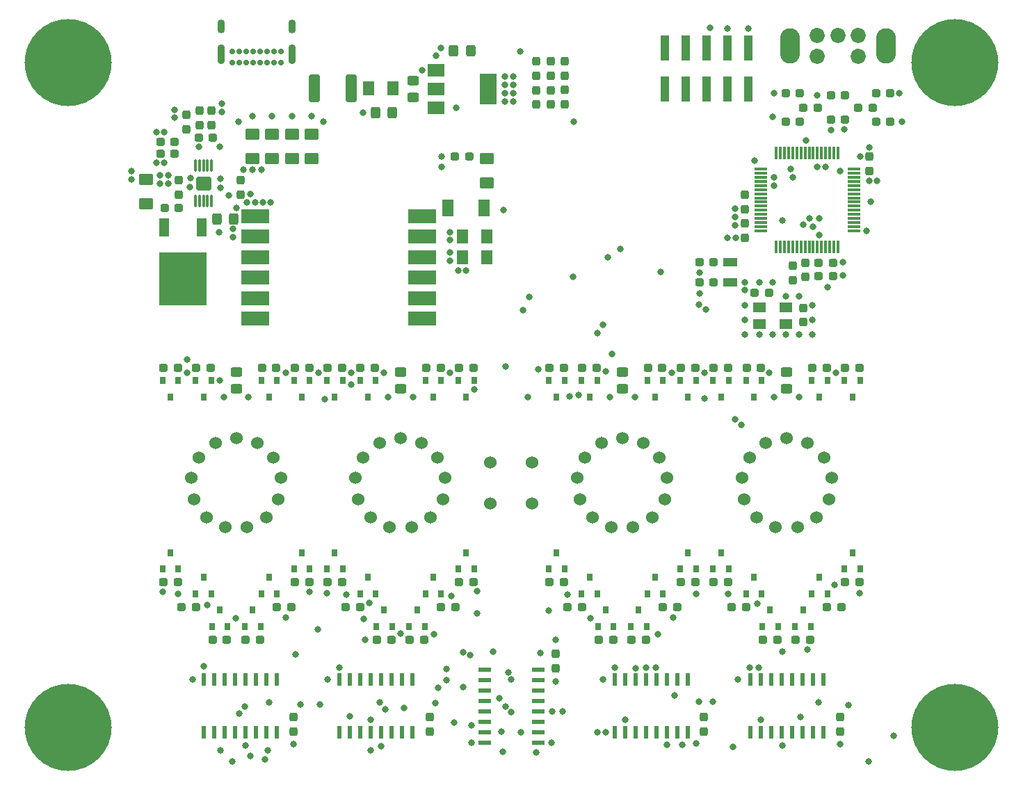
<source format=gbr>
%TF.GenerationSoftware,KiCad,Pcbnew,(5.99.0-9843-g93c991926f)*%
%TF.CreationDate,2021-03-24T22:11:13-04:00*%
%TF.ProjectId,nixieclock,6e697869-6563-46c6-9f63-6b2e6b696361,rev?*%
%TF.SameCoordinates,Original*%
%TF.FileFunction,Soldermask,Top*%
%TF.FilePolarity,Negative*%
%FSLAX46Y46*%
G04 Gerber Fmt 4.6, Leading zero omitted, Abs format (unit mm)*
G04 Created by KiCad (PCBNEW (5.99.0-9843-g93c991926f)) date 2021-03-24 22:11:13*
%MOMM*%
%LPD*%
G01*
G04 APERTURE LIST*
G04 Aperture macros list*
%AMRoundRect*
0 Rectangle with rounded corners*
0 $1 Rounding radius*
0 $2 $3 $4 $5 $6 $7 $8 $9 X,Y pos of 4 corners*
0 Add a 4 corners polygon primitive as box body*
4,1,4,$2,$3,$4,$5,$6,$7,$8,$9,$2,$3,0*
0 Add four circle primitives for the rounded corners*
1,1,$1+$1,$2,$3*
1,1,$1+$1,$4,$5*
1,1,$1+$1,$6,$7*
1,1,$1+$1,$8,$9*
0 Add four rect primitives between the rounded corners*
20,1,$1+$1,$2,$3,$4,$5,0*
20,1,$1+$1,$4,$5,$6,$7,0*
20,1,$1+$1,$6,$7,$8,$9,0*
20,1,$1+$1,$8,$9,$2,$3,0*%
G04 Aperture macros list end*
%ADD10R,0.800000X0.900000*%
%ADD11RoundRect,0.237500X0.287500X0.237500X-0.287500X0.237500X-0.287500X-0.237500X0.287500X-0.237500X0*%
%ADD12RoundRect,0.237500X-0.287500X-0.237500X0.287500X-0.237500X0.287500X0.237500X-0.287500X0.237500X0*%
%ADD13R,1.600000X1.300000*%
%ADD14RoundRect,0.137500X-0.137500X0.662500X-0.137500X-0.662500X0.137500X-0.662500X0.137500X0.662500X0*%
%ADD15RoundRect,0.250001X0.624999X-0.462499X0.624999X0.462499X-0.624999X0.462499X-0.624999X-0.462499X0*%
%ADD16RoundRect,0.237500X-0.237500X0.287500X-0.237500X-0.287500X0.237500X-0.287500X0.237500X0.287500X0*%
%ADD17RoundRect,0.250001X0.462499X0.624999X-0.462499X0.624999X-0.462499X-0.624999X0.462499X-0.624999X0*%
%ADD18RoundRect,0.237500X0.237500X-0.287500X0.237500X0.287500X-0.237500X0.287500X-0.237500X-0.287500X0*%
%ADD19RoundRect,0.250000X-0.450000X0.325000X-0.450000X-0.325000X0.450000X-0.325000X0.450000X0.325000X0*%
%ADD20C,0.700000*%
%ADD21O,0.900000X1.700000*%
%ADD22O,0.900000X2.400000*%
%ADD23R,3.430000X1.790000*%
%ADD24C,10.600000*%
%ADD25O,2.400000X4.300000*%
%ADD26C,1.850000*%
%ADD27RoundRect,0.250000X0.325000X0.450000X-0.325000X0.450000X-0.325000X-0.450000X0.325000X-0.450000X0*%
%ADD28R,1.200000X2.200000*%
%ADD29R,5.800000X6.400000*%
%ADD30RoundRect,0.137500X-0.662500X-0.137500X0.662500X-0.137500X0.662500X0.137500X-0.662500X0.137500X0*%
%ADD31RoundRect,0.075000X0.075000X-0.700000X0.075000X0.700000X-0.075000X0.700000X-0.075000X-0.700000X0*%
%ADD32RoundRect,0.075000X0.700000X-0.075000X0.700000X0.075000X-0.700000X0.075000X-0.700000X-0.075000X0*%
%ADD33R,1.800000X1.000000*%
%ADD34R,1.000000X3.150000*%
%ADD35RoundRect,0.250000X-0.325000X-0.450000X0.325000X-0.450000X0.325000X0.450000X-0.325000X0.450000X0*%
%ADD36C,1.524000*%
%ADD37RoundRect,0.075000X-0.075000X0.650000X-0.075000X-0.650000X0.075000X-0.650000X0.075000X0.650000X0*%
%ADD38RoundRect,0.250001X-0.689999X0.589999X-0.689999X-0.589999X0.689999X-0.589999X0.689999X0.589999X0*%
%ADD39R,1.400000X2.000000*%
%ADD40R,2.000000X1.500000*%
%ADD41R,2.000000X3.800000*%
%ADD42RoundRect,0.250000X0.450000X-0.325000X0.450000X0.325000X-0.450000X0.325000X-0.450000X-0.325000X0*%
%ADD43RoundRect,0.250000X-0.400000X-1.450000X0.400000X-1.450000X0.400000X1.450000X-0.400000X1.450000X0*%
%ADD44C,0.800000*%
G04 APERTURE END LIST*
D10*
%TO.C,Q41*%
X152450000Y-114750000D03*
X150550000Y-114750000D03*
X151500000Y-116750000D03*
%TD*%
D11*
%TO.C,R45*%
X93375000Y-113200000D03*
X91625000Y-113200000D03*
%TD*%
D12*
%TO.C,R53*%
X87625000Y-139300000D03*
X89375000Y-139300000D03*
%TD*%
D10*
%TO.C,Q32*%
X130550000Y-137700000D03*
X132450000Y-137700000D03*
X131500000Y-135700000D03*
%TD*%
D12*
%TO.C,R71*%
X140625000Y-146300000D03*
X142375000Y-146300000D03*
%TD*%
D13*
%TO.C,Y1*%
X140150000Y-107850000D03*
X143450000Y-107850000D03*
X143450000Y-105850000D03*
X140150000Y-105850000D03*
%TD*%
D14*
%TO.C,U6*%
X131445000Y-151100000D03*
X130175000Y-151100000D03*
X128905000Y-151100000D03*
X127635000Y-151100000D03*
X126365000Y-151100000D03*
X125095000Y-151100000D03*
X123825000Y-151100000D03*
X122555000Y-151100000D03*
X122555000Y-157600000D03*
X123825000Y-157600000D03*
X125095000Y-157600000D03*
X126365000Y-157600000D03*
X127635000Y-157600000D03*
X128905000Y-157600000D03*
X130175000Y-157600000D03*
X131445000Y-157600000D03*
%TD*%
D10*
%TO.C,Q16*%
X71550000Y-140700000D03*
X73450000Y-140700000D03*
X72500000Y-138700000D03*
%TD*%
D12*
%TO.C,R59*%
X128425000Y-142300000D03*
X130175000Y-142300000D03*
%TD*%
D15*
%TO.C,C4*%
X85648800Y-87695100D03*
X85648800Y-84720100D03*
%TD*%
D11*
%TO.C,R74*%
X136375000Y-113200000D03*
X134625000Y-113200000D03*
%TD*%
D10*
%TO.C,Q36*%
X118550000Y-140700000D03*
X120450000Y-140700000D03*
X119500000Y-138700000D03*
%TD*%
%TO.C,Q38*%
X116450000Y-114750000D03*
X114550000Y-114750000D03*
X115500000Y-116750000D03*
%TD*%
D14*
%TO.C,U4*%
X97945000Y-151100000D03*
X96675000Y-151100000D03*
X95405000Y-151100000D03*
X94135000Y-151100000D03*
X92865000Y-151100000D03*
X91595000Y-151100000D03*
X90325000Y-151100000D03*
X89055000Y-151100000D03*
X89055000Y-157600000D03*
X90325000Y-157600000D03*
X91595000Y-157600000D03*
X92865000Y-157600000D03*
X94135000Y-157600000D03*
X95405000Y-157600000D03*
X96675000Y-157600000D03*
X97945000Y-157600000D03*
%TD*%
D10*
%TO.C,Q12*%
X83550000Y-137700000D03*
X85450000Y-137700000D03*
X84500000Y-135700000D03*
%TD*%
D15*
%TO.C,C2*%
X80873600Y-87687500D03*
X80873600Y-84712500D03*
%TD*%
D16*
%TO.C,C24*%
X145800000Y-100375000D03*
X145800000Y-102125000D03*
%TD*%
D12*
%TO.C,C30*%
X148875000Y-80000000D03*
X150625000Y-80000000D03*
%TD*%
D11*
%TO.C,R57*%
X132375000Y-113200000D03*
X130625000Y-113200000D03*
%TD*%
D17*
%TO.C,C6*%
X106987500Y-99700000D03*
X104012500Y-99700000D03*
%TD*%
D18*
%TO.C,C16*%
X100050000Y-157450000D03*
X100050000Y-155700000D03*
%TD*%
D12*
%TO.C,C29*%
X154375000Y-83250000D03*
X156125000Y-83250000D03*
%TD*%
D11*
%TO.C,C25*%
X141375000Y-104050000D03*
X139625000Y-104050000D03*
%TD*%
D12*
%TO.C,R69*%
X148425000Y-142300000D03*
X150175000Y-142300000D03*
%TD*%
D10*
%TO.C,Q44*%
X144550000Y-144700000D03*
X146450000Y-144700000D03*
X145500000Y-142700000D03*
%TD*%
D12*
%TO.C,R43*%
X67625000Y-139300000D03*
X69375000Y-139300000D03*
%TD*%
%TO.C,R70*%
X144625000Y-146300000D03*
X146375000Y-146300000D03*
%TD*%
D18*
%TO.C,C12*%
X73500000Y-83625000D03*
X73500000Y-81875000D03*
%TD*%
D10*
%TO.C,Q42*%
X150550000Y-137700000D03*
X152450000Y-137700000D03*
X151500000Y-135700000D03*
%TD*%
%TO.C,Q31*%
X132450000Y-114750000D03*
X130550000Y-114750000D03*
X131500000Y-116750000D03*
%TD*%
%TO.C,Q39*%
X140450000Y-114750000D03*
X138550000Y-114750000D03*
X139500000Y-116750000D03*
%TD*%
%TO.C,Q17*%
X67550000Y-137700000D03*
X69450000Y-137700000D03*
X68500000Y-135700000D03*
%TD*%
D19*
%TO.C,R23*%
X123500000Y-113725000D03*
X123500000Y-115775000D03*
%TD*%
D15*
%TO.C,R1*%
X107000000Y-90687501D03*
X107000000Y-87712501D03*
%TD*%
D20*
%TO.C,J1*%
X81975000Y-76025000D03*
X81125000Y-76025000D03*
X80275000Y-76025000D03*
X79425000Y-76025000D03*
X78575000Y-76025000D03*
X77725000Y-76025000D03*
X76875000Y-76025000D03*
X76025000Y-76025000D03*
X76025000Y-74675000D03*
X76875000Y-74675000D03*
X77725000Y-74675000D03*
X78575000Y-74675000D03*
X79425000Y-74675000D03*
X80275000Y-74675000D03*
X81125000Y-74675000D03*
X81975000Y-74675000D03*
D21*
X74675000Y-71665000D03*
D22*
X74675000Y-75045000D03*
D21*
X83325000Y-71665000D03*
D22*
X83325000Y-75045000D03*
%TD*%
D18*
%TO.C,D3*%
X114750000Y-77625000D03*
X114750000Y-75875000D03*
%TD*%
D12*
%TO.C,R49*%
X101425000Y-142300000D03*
X103175000Y-142300000D03*
%TD*%
D19*
%TO.C,R21*%
X76500000Y-113725000D03*
X76500000Y-115775000D03*
%TD*%
D11*
%TO.C,R56*%
X128375000Y-113200000D03*
X126625000Y-113200000D03*
%TD*%
D23*
%TO.C,L1*%
X78845000Y-94700000D03*
X78845000Y-97200000D03*
X78845000Y-99700000D03*
X78845000Y-102200000D03*
X78845000Y-104700000D03*
X78845000Y-107200000D03*
X99155000Y-107200000D03*
X99155000Y-104700000D03*
X99155000Y-102200000D03*
X99155000Y-99700000D03*
X99155000Y-97200000D03*
X99155000Y-94700000D03*
%TD*%
D12*
%TO.C,R5*%
X67780000Y-93700001D03*
X69530000Y-93700001D03*
%TD*%
D11*
%TO.C,R19*%
X156125000Y-79750000D03*
X154375000Y-79750000D03*
%TD*%
D18*
%TO.C,C11*%
X72000000Y-83625000D03*
X72000000Y-81875000D03*
%TD*%
D24*
%TO.C,H1*%
X56000000Y-76000000D03*
%TD*%
D10*
%TO.C,Q24*%
X97550000Y-144700000D03*
X99450000Y-144700000D03*
X98500000Y-142700000D03*
%TD*%
D25*
%TO.C,SW1*%
X143900000Y-74000000D03*
X155600000Y-74000000D03*
D26*
X152250000Y-72750000D03*
X147250000Y-72750000D03*
X149750000Y-72750000D03*
X152250000Y-75250000D03*
X147250000Y-75250000D03*
%TD*%
D10*
%TO.C,Q25*%
X93550000Y-144700000D03*
X95450000Y-144700000D03*
X94500000Y-142700000D03*
%TD*%
D11*
%TO.C,R55*%
X120375000Y-113200000D03*
X118625000Y-113200000D03*
%TD*%
%TO.C,C23*%
X149125000Y-102050000D03*
X147375000Y-102050000D03*
%TD*%
D12*
%TO.C,R63*%
X114650000Y-139300000D03*
X116400000Y-139300000D03*
%TD*%
D24*
%TO.C,H2*%
X56000000Y-157000000D03*
%TD*%
D12*
%TO.C,R61*%
X120625000Y-146300000D03*
X122375000Y-146300000D03*
%TD*%
D27*
%TO.C,C5*%
X95513000Y-82143600D03*
X93463000Y-82143600D03*
%TD*%
D18*
%TO.C,C8*%
X69500000Y-92075001D03*
X69500000Y-90325001D03*
%TD*%
D11*
%TO.C,R29*%
X153975000Y-81500000D03*
X152225000Y-81500000D03*
%TD*%
D28*
%TO.C,Q2*%
X72279999Y-96100001D03*
D29*
X69999999Y-102400001D03*
D28*
X67719999Y-96100001D03*
%TD*%
D30*
%TO.C,U5*%
X106750000Y-149905000D03*
X106750000Y-151175000D03*
X106750000Y-152445000D03*
X106750000Y-153715000D03*
X106750000Y-154985000D03*
X106750000Y-156255000D03*
X106750000Y-157525000D03*
X106750000Y-158795000D03*
X113250000Y-158795000D03*
X113250000Y-157525000D03*
X113250000Y-156255000D03*
X113250000Y-154985000D03*
X113250000Y-153715000D03*
X113250000Y-152445000D03*
X113250000Y-151175000D03*
X113250000Y-149905000D03*
%TD*%
D10*
%TO.C,Q34*%
X124550000Y-144700000D03*
X126450000Y-144700000D03*
X125500000Y-142700000D03*
%TD*%
D31*
%TO.C,U8*%
X142250000Y-98425000D03*
X142750000Y-98425000D03*
X143250000Y-98425000D03*
X143750000Y-98425000D03*
X144250000Y-98425000D03*
X144750000Y-98425000D03*
X145250000Y-98425000D03*
X145750000Y-98425000D03*
X146250000Y-98425000D03*
X146750000Y-98425000D03*
X147250000Y-98425000D03*
X147750000Y-98425000D03*
X148250000Y-98425000D03*
X148750000Y-98425000D03*
X149250000Y-98425000D03*
X149750000Y-98425000D03*
D32*
X151675000Y-96500000D03*
X151675000Y-96000000D03*
X151675000Y-95500000D03*
X151675000Y-95000000D03*
X151675000Y-94500000D03*
X151675000Y-94000000D03*
X151675000Y-93500000D03*
X151675000Y-93000000D03*
X151675000Y-92500000D03*
X151675000Y-92000000D03*
X151675000Y-91500000D03*
X151675000Y-91000000D03*
X151675000Y-90500000D03*
X151675000Y-90000000D03*
X151675000Y-89500000D03*
X151675000Y-89000000D03*
D31*
X149750000Y-87075000D03*
X149250000Y-87075000D03*
X148750000Y-87075000D03*
X148250000Y-87075000D03*
X147750000Y-87075000D03*
X147250000Y-87075000D03*
X146750000Y-87075000D03*
X146250000Y-87075000D03*
X145750000Y-87075000D03*
X145250000Y-87075000D03*
X144750000Y-87075000D03*
X144250000Y-87075000D03*
X143750000Y-87075000D03*
X143250000Y-87075000D03*
X142750000Y-87075000D03*
X142250000Y-87075000D03*
D32*
X140325000Y-89000000D03*
X140325000Y-89500000D03*
X140325000Y-90000000D03*
X140325000Y-90500000D03*
X140325000Y-91000000D03*
X140325000Y-91500000D03*
X140325000Y-92000000D03*
X140325000Y-92500000D03*
X140325000Y-93000000D03*
X140325000Y-93500000D03*
X140325000Y-94000000D03*
X140325000Y-94500000D03*
X140325000Y-95000000D03*
X140325000Y-95500000D03*
X140325000Y-96000000D03*
X140325000Y-96500000D03*
%TD*%
D10*
%TO.C,Q19*%
X93450000Y-114750000D03*
X91550000Y-114750000D03*
X92500000Y-116750000D03*
%TD*%
D12*
%TO.C,R60*%
X124625000Y-146300000D03*
X126375000Y-146300000D03*
%TD*%
D24*
%TO.C,H4*%
X164000000Y-76000000D03*
%TD*%
D16*
%TO.C,R27*%
X144250000Y-100775000D03*
X144250000Y-102525000D03*
%TD*%
D10*
%TO.C,Q40*%
X148450000Y-114750000D03*
X146550000Y-114750000D03*
X147500000Y-116750000D03*
%TD*%
%TO.C,Q28*%
X89450000Y-114750000D03*
X87550000Y-114750000D03*
X88500000Y-116750000D03*
%TD*%
D16*
%TO.C,R34*%
X116510000Y-79335000D03*
X116510000Y-81085000D03*
%TD*%
D10*
%TO.C,Q33*%
X126550000Y-140700000D03*
X128450000Y-140700000D03*
X127500000Y-138700000D03*
%TD*%
D11*
%TO.C,R44*%
X69375000Y-113200000D03*
X67625000Y-113200000D03*
%TD*%
%TO.C,C28*%
X134625000Y-102800000D03*
X132875000Y-102800000D03*
%TD*%
%TO.C,R42*%
X71575000Y-142300000D03*
X69825000Y-142300000D03*
%TD*%
D16*
%TO.C,R32*%
X113000000Y-79375000D03*
X113000000Y-81125000D03*
%TD*%
D11*
%TO.C,R52*%
X91575000Y-142300000D03*
X89825000Y-142300000D03*
%TD*%
%TO.C,R31*%
X145125000Y-79750000D03*
X143375000Y-79750000D03*
%TD*%
D33*
%TO.C,Y2*%
X136630000Y-100300000D03*
X136630000Y-102800000D03*
%TD*%
D18*
%TO.C,D4*%
X116500000Y-77625000D03*
X116500000Y-75875000D03*
%TD*%
D11*
%TO.C,R35*%
X73375000Y-113200000D03*
X71625000Y-113200000D03*
%TD*%
D12*
%TO.C,R51*%
X93625000Y-146300000D03*
X95375000Y-146300000D03*
%TD*%
D34*
%TO.C,J2*%
X138830000Y-74225000D03*
X138830000Y-79275000D03*
X136290000Y-74225000D03*
X136290000Y-79275000D03*
X133750000Y-74225000D03*
X133750000Y-79275000D03*
X131210000Y-74225000D03*
X131210000Y-79275000D03*
X128670000Y-74225000D03*
X128670000Y-79275000D03*
%TD*%
D24*
%TO.C,H3*%
X164000000Y-157000000D03*
%TD*%
D12*
%TO.C,R39*%
X81425000Y-142300000D03*
X83175000Y-142300000D03*
%TD*%
D10*
%TO.C,Q11*%
X85450000Y-114750000D03*
X83550000Y-114750000D03*
X84500000Y-116750000D03*
%TD*%
D12*
%TO.C,R8*%
X71925000Y-85150000D03*
X73675000Y-85150000D03*
%TD*%
D11*
%TO.C,C27*%
X134625000Y-100300000D03*
X132875000Y-100300000D03*
%TD*%
%TO.C,R72*%
X138575000Y-142300000D03*
X136825000Y-142300000D03*
%TD*%
D12*
%TO.C,R68*%
X150625000Y-139300000D03*
X152375000Y-139300000D03*
%TD*%
%TO.C,R41*%
X73625000Y-146300000D03*
X75375000Y-146300000D03*
%TD*%
D10*
%TO.C,Q47*%
X134550000Y-137700000D03*
X136450000Y-137700000D03*
X135500000Y-135700000D03*
%TD*%
%TO.C,Q26*%
X91550000Y-140700000D03*
X93450000Y-140700000D03*
X92500000Y-138700000D03*
%TD*%
D18*
%TO.C,C20*%
X138400000Y-97325000D03*
X138400000Y-95575000D03*
%TD*%
D16*
%TO.C,C21*%
X153600000Y-87475000D03*
X153600000Y-89225000D03*
%TD*%
D12*
%TO.C,R48*%
X103625000Y-139300000D03*
X105375000Y-139300000D03*
%TD*%
D10*
%TO.C,Q43*%
X146550000Y-140700000D03*
X148450000Y-140700000D03*
X147500000Y-138700000D03*
%TD*%
D16*
%TO.C,R3*%
X77000000Y-90325001D03*
X77000000Y-92075001D03*
%TD*%
D14*
%TO.C,U3*%
X81445000Y-151100000D03*
X80175000Y-151100000D03*
X78905000Y-151100000D03*
X77635000Y-151100000D03*
X76365000Y-151100000D03*
X75095000Y-151100000D03*
X73825000Y-151100000D03*
X72555000Y-151100000D03*
X72555000Y-157600000D03*
X73825000Y-157600000D03*
X75095000Y-157600000D03*
X76365000Y-157600000D03*
X77635000Y-157600000D03*
X78905000Y-157600000D03*
X80175000Y-157600000D03*
X81445000Y-157600000D03*
%TD*%
D10*
%TO.C,Q45*%
X140550000Y-144700000D03*
X142450000Y-144700000D03*
X141500000Y-142700000D03*
%TD*%
D17*
%TO.C,C7*%
X106987500Y-97199999D03*
X104012500Y-97199999D03*
%TD*%
D18*
%TO.C,C15*%
X83500000Y-157475000D03*
X83500000Y-155725000D03*
%TD*%
%TO.C,C18*%
X133450000Y-157450000D03*
X133450000Y-155700000D03*
%TD*%
D12*
%TO.C,R73*%
X134625000Y-139300000D03*
X136375000Y-139300000D03*
%TD*%
%TO.C,R40*%
X77625000Y-146300000D03*
X79375000Y-146300000D03*
%TD*%
D35*
%TO.C,C9*%
X74130001Y-95100001D03*
X76180001Y-95100001D03*
%TD*%
D36*
%TO.C,V1*%
X76500000Y-121750000D03*
X79060000Y-122380000D03*
X81030000Y-124130000D03*
X81960000Y-126590000D03*
X81640000Y-129200000D03*
X80150000Y-131370000D03*
X77820000Y-132590000D03*
X75180000Y-132590000D03*
X72850000Y-131370000D03*
X71360000Y-129200000D03*
X71040000Y-126590000D03*
X71970000Y-124130000D03*
X73940000Y-122380000D03*
%TD*%
D10*
%TO.C,Q27*%
X87550000Y-137700000D03*
X89450000Y-137700000D03*
X88500000Y-135700000D03*
%TD*%
%TO.C,Q21*%
X105450000Y-114750000D03*
X103550000Y-114750000D03*
X104500000Y-116750000D03*
%TD*%
D36*
%TO.C,V2*%
X96500000Y-121750000D03*
X99060000Y-122380000D03*
X101030000Y-124130000D03*
X101960000Y-126590000D03*
X101640000Y-129200000D03*
X100150000Y-131370000D03*
X97820000Y-132590000D03*
X95180000Y-132590000D03*
X92850000Y-131370000D03*
X91360000Y-129200000D03*
X91040000Y-126590000D03*
X91970000Y-124130000D03*
X93940000Y-122380000D03*
%TD*%
D17*
%TO.C,FB1*%
X95594500Y-79150000D03*
X92619500Y-79150000D03*
%TD*%
D10*
%TO.C,Q15*%
X73550000Y-144700000D03*
X75450000Y-144700000D03*
X74500000Y-142700000D03*
%TD*%
%TO.C,Q9*%
X73450000Y-114750000D03*
X71550000Y-114750000D03*
X72500000Y-116750000D03*
%TD*%
D16*
%TO.C,C26*%
X145500000Y-105875000D03*
X145500000Y-107625000D03*
%TD*%
D12*
%TO.C,R58*%
X130625000Y-139300000D03*
X132375000Y-139300000D03*
%TD*%
D18*
%TO.C,R4*%
X70400000Y-84125000D03*
X70400000Y-82375000D03*
%TD*%
%TO.C,C19*%
X150000000Y-157475000D03*
X150000000Y-155725000D03*
%TD*%
D11*
%TO.C,R64*%
X116375000Y-113200000D03*
X114625000Y-113200000D03*
%TD*%
D19*
%TO.C,R24*%
X143500000Y-113725000D03*
X143500000Y-115775000D03*
%TD*%
D10*
%TO.C,Q30*%
X128450000Y-114750000D03*
X126550000Y-114750000D03*
X127500000Y-116750000D03*
%TD*%
D11*
%TO.C,R36*%
X81375000Y-113200000D03*
X79625000Y-113200000D03*
%TD*%
D10*
%TO.C,Q35*%
X120550000Y-144700000D03*
X122450000Y-144700000D03*
X121500000Y-142700000D03*
%TD*%
%TO.C,Q10*%
X81450000Y-114750000D03*
X79550000Y-114750000D03*
X80500000Y-116750000D03*
%TD*%
D12*
%TO.C,R38*%
X83625000Y-139300000D03*
X85375000Y-139300000D03*
%TD*%
D10*
%TO.C,Q48*%
X136450000Y-114750000D03*
X134550000Y-114750000D03*
X135500000Y-116750000D03*
%TD*%
D11*
%TO.C,R30*%
X147275000Y-81500000D03*
X145525000Y-81500000D03*
%TD*%
%TO.C,R47*%
X105375000Y-113200000D03*
X103625000Y-113200000D03*
%TD*%
D15*
%TO.C,C1*%
X78500000Y-87687500D03*
X78500000Y-84712500D03*
%TD*%
D11*
%TO.C,R67*%
X152375000Y-113200000D03*
X150625000Y-113200000D03*
%TD*%
%TO.C,R37*%
X85375000Y-113200000D03*
X83625000Y-113200000D03*
%TD*%
D12*
%TO.C,C31*%
X143375000Y-83250000D03*
X145125000Y-83250000D03*
%TD*%
D11*
%TO.C,R66*%
X148375000Y-113200000D03*
X146625000Y-113200000D03*
%TD*%
D14*
%TO.C,U7*%
X147945000Y-151100000D03*
X146675000Y-151100000D03*
X145405000Y-151100000D03*
X144135000Y-151100000D03*
X142865000Y-151100000D03*
X141595000Y-151100000D03*
X140325000Y-151100000D03*
X139055000Y-151100000D03*
X139055000Y-157600000D03*
X140325000Y-157600000D03*
X141595000Y-157600000D03*
X142865000Y-157600000D03*
X144135000Y-157600000D03*
X145405000Y-157600000D03*
X146675000Y-157600000D03*
X147945000Y-157600000D03*
%TD*%
D36*
%TO.C,NE1*%
X112540000Y-124705983D03*
X107460000Y-124705983D03*
%TD*%
%TO.C,V4*%
X143500000Y-121750000D03*
X146060000Y-122380000D03*
X148030000Y-124130000D03*
X148960000Y-126590000D03*
X148640000Y-129200000D03*
X147150000Y-131370000D03*
X144820000Y-132590000D03*
X142180000Y-132590000D03*
X139850000Y-131370000D03*
X138360000Y-129200000D03*
X138040000Y-126590000D03*
X138970000Y-124130000D03*
X140940000Y-122380000D03*
%TD*%
D37*
%TO.C,U1*%
X73499999Y-88600000D03*
X72999999Y-88600000D03*
X72499999Y-88600000D03*
X71999999Y-88600000D03*
X71499999Y-88600000D03*
X71499999Y-92900000D03*
X71999999Y-92900000D03*
X72499999Y-92900000D03*
X72999999Y-92900000D03*
X73499999Y-92900000D03*
D38*
X72499999Y-90750000D03*
%TD*%
D18*
%TO.C,R28*%
X138400000Y-93899999D03*
X138400000Y-92149999D03*
%TD*%
D10*
%TO.C,Q13*%
X79550000Y-140700000D03*
X81450000Y-140700000D03*
X80500000Y-138700000D03*
%TD*%
D11*
%TO.C,R46*%
X101375000Y-113200000D03*
X99625000Y-113200000D03*
%TD*%
D12*
%TO.C,R50*%
X97600000Y-146300000D03*
X99350000Y-146300000D03*
%TD*%
D10*
%TO.C,Q37*%
X114550000Y-137700000D03*
X116450000Y-137700000D03*
X115500000Y-135700000D03*
%TD*%
%TO.C,Q46*%
X138550000Y-140700000D03*
X140450000Y-140700000D03*
X139500000Y-138700000D03*
%TD*%
D39*
%TO.C,D1*%
X106700001Y-93700001D03*
X102300001Y-93700001D03*
%TD*%
D16*
%TO.C,R33*%
X114750000Y-79375000D03*
X114750000Y-81125000D03*
%TD*%
D10*
%TO.C,Q18*%
X69450000Y-114750000D03*
X67550000Y-114750000D03*
X68500000Y-116750000D03*
%TD*%
D15*
%TO.C,C3*%
X83261200Y-87695100D03*
X83261200Y-84720100D03*
%TD*%
D27*
%TO.C,C14*%
X105025000Y-74550000D03*
X102975000Y-74550000D03*
%TD*%
D36*
%TO.C,V3*%
X123500000Y-121750000D03*
X126060000Y-122380000D03*
X128030000Y-124130000D03*
X128960000Y-126590000D03*
X128640000Y-129200000D03*
X127150000Y-131370000D03*
X124820000Y-132590000D03*
X122180000Y-132590000D03*
X119850000Y-131370000D03*
X118360000Y-129200000D03*
X118040000Y-126590000D03*
X118970000Y-124130000D03*
X120940000Y-122380000D03*
%TD*%
D11*
%TO.C,R62*%
X118575000Y-142300000D03*
X116825000Y-142300000D03*
%TD*%
D10*
%TO.C,Q14*%
X77550000Y-144700000D03*
X79450000Y-144700000D03*
X78500000Y-142700000D03*
%TD*%
D11*
%TO.C,R7*%
X69024999Y-87150000D03*
X67274999Y-87150000D03*
%TD*%
D10*
%TO.C,Q22*%
X103550000Y-137700000D03*
X105450000Y-137700000D03*
X104500000Y-135700000D03*
%TD*%
%TO.C,Q20*%
X101450000Y-114750000D03*
X99550000Y-114750000D03*
X100500000Y-116750000D03*
%TD*%
D18*
%TO.C,D2*%
X113000000Y-77625000D03*
X113000000Y-75875000D03*
%TD*%
D11*
%TO.C,R54*%
X89375000Y-113200000D03*
X87625000Y-113200000D03*
%TD*%
D40*
%TO.C,U2*%
X100850000Y-76950000D03*
X100850000Y-79250000D03*
D41*
X107150000Y-79250000D03*
D40*
X100850000Y-81550000D03*
%TD*%
D11*
%TO.C,C10*%
X69025000Y-85650000D03*
X67275000Y-85650000D03*
%TD*%
%TO.C,C22*%
X149125000Y-100400000D03*
X147375000Y-100400000D03*
%TD*%
D10*
%TO.C,Q23*%
X99550000Y-140700000D03*
X101450000Y-140700000D03*
X100500000Y-138700000D03*
%TD*%
D42*
%TO.C,C13*%
X98000000Y-80275000D03*
X98000000Y-78225000D03*
%TD*%
D11*
%TO.C,R2*%
X104875000Y-87500000D03*
X103125000Y-87500000D03*
%TD*%
D43*
%TO.C,F1*%
X86040000Y-79150000D03*
X90490000Y-79150000D03*
%TD*%
D18*
%TO.C,C17*%
X115400000Y-149775000D03*
X115400000Y-148025000D03*
%TD*%
D11*
%TO.C,R65*%
X140375000Y-113200000D03*
X138625000Y-113200000D03*
%TD*%
D19*
%TO.C,R22*%
X96500000Y-113725000D03*
X96500000Y-115775000D03*
%TD*%
D36*
%TO.C,NE2*%
X112540000Y-129700000D03*
X107460000Y-129700000D03*
%TD*%
D15*
%TO.C,R6*%
X65500001Y-93187501D03*
X65500001Y-90212501D03*
%TD*%
D10*
%TO.C,Q29*%
X120450000Y-114750000D03*
X118550000Y-114750000D03*
X119500000Y-116750000D03*
%TD*%
D12*
%TO.C,R20*%
X148875000Y-83000000D03*
X150625000Y-83000000D03*
%TD*%
D44*
X78000000Y-116750000D03*
X120500000Y-157600000D03*
X84300000Y-154200000D03*
X90500000Y-115200000D03*
X157550000Y-83250000D03*
X137000000Y-159350000D03*
X80700000Y-93050000D03*
X113550000Y-147875000D03*
X78200000Y-160400000D03*
X138400000Y-107350000D03*
X153500000Y-161150000D03*
X105800000Y-140400000D03*
X73000000Y-142100000D03*
X78800000Y-93050000D03*
X76500000Y-93726000D03*
X76400000Y-143700000D03*
X125000000Y-116750000D03*
X122000000Y-116750000D03*
X141800000Y-102750000D03*
X104500000Y-101350000D03*
X127800000Y-145600000D03*
X147250000Y-88750000D03*
X85400000Y-140500000D03*
X105100000Y-156700000D03*
X142000000Y-116750000D03*
X89900000Y-140800000D03*
X71150000Y-151100000D03*
X102500000Y-99150000D03*
X113300000Y-113400000D03*
X138400000Y-103750000D03*
X79700000Y-93050000D03*
X120500000Y-108950000D03*
X137200000Y-95850000D03*
X134500000Y-153800000D03*
X143400000Y-109150000D03*
X153600000Y-90450000D03*
X67250000Y-89750000D03*
X143400000Y-104450000D03*
X138400000Y-102750000D03*
X121150000Y-151100000D03*
X146600000Y-109150000D03*
X145500000Y-95750000D03*
X91948000Y-82143600D03*
X69000000Y-82750000D03*
X109600000Y-150300000D03*
X138975000Y-149675000D03*
X74750000Y-81000000D03*
X68250000Y-90750000D03*
X146000000Y-147500000D03*
X92900000Y-159800000D03*
X117500000Y-102100000D03*
X156500000Y-158000000D03*
X67250000Y-90750000D03*
X70500000Y-112200000D03*
X89050000Y-149650000D03*
X100600000Y-145600000D03*
X77800000Y-93050000D03*
X128200000Y-101500000D03*
X100850000Y-75150000D03*
X154500000Y-90450000D03*
X152400000Y-140600000D03*
X141800000Y-82650000D03*
X137575000Y-151100000D03*
X100700000Y-154000000D03*
X87650000Y-151100000D03*
X75000000Y-116750000D03*
X141800000Y-109150000D03*
X146250000Y-95000000D03*
X63750000Y-90250000D03*
X78500000Y-82550000D03*
X132850000Y-105500000D03*
X102500000Y-97650000D03*
X137200000Y-94850000D03*
X98000000Y-116750000D03*
X115400000Y-146300000D03*
X116800000Y-140800000D03*
X67750000Y-84500000D03*
X145000000Y-109150000D03*
X145000000Y-116750000D03*
X74600000Y-159750000D03*
X136280000Y-71900000D03*
X70850000Y-91200000D03*
X76750000Y-83250000D03*
X66750000Y-84500000D03*
X85648800Y-82535550D03*
X130775000Y-159050000D03*
X146600000Y-107350000D03*
X113000000Y-160000000D03*
X136400000Y-140700000D03*
X76100000Y-97250000D03*
X70900000Y-90100000D03*
X132875000Y-101575000D03*
X146600000Y-105550000D03*
X80873600Y-82535550D03*
X102500000Y-100150000D03*
X132500000Y-140700000D03*
X99100000Y-76950000D03*
X67750000Y-88250000D03*
X101375000Y-74250000D03*
X72550000Y-149500000D03*
X134200000Y-71800000D03*
X132875000Y-104150000D03*
X137950000Y-120150000D03*
X66750000Y-88250000D03*
X143000000Y-147700000D03*
X74500000Y-86250000D03*
X96500000Y-145500000D03*
X151000000Y-154300000D03*
X149300000Y-139600000D03*
X76100000Y-96250000D03*
X137200000Y-93850000D03*
X82500000Y-143600000D03*
X92700000Y-141800000D03*
X119600000Y-143700000D03*
X69400000Y-140700000D03*
X74600000Y-90200000D03*
X123250000Y-98700000D03*
X74750000Y-82000000D03*
X122550000Y-149650000D03*
X111400000Y-106150000D03*
X147400000Y-153950000D03*
X133500000Y-116900000D03*
X101500000Y-88750000D03*
X68250000Y-89750000D03*
X76000000Y-161150000D03*
X102500000Y-96650000D03*
X140200000Y-102750000D03*
X87300000Y-117000000D03*
X63750000Y-89250000D03*
X138400000Y-109150000D03*
X87111300Y-83250000D03*
X102700000Y-141000000D03*
X148450000Y-103350000D03*
X118150000Y-116500000D03*
X112200000Y-104600000D03*
X142000000Y-90000000D03*
X140200000Y-109150000D03*
X105100000Y-158800000D03*
X129700000Y-143600000D03*
X147200000Y-80050000D03*
X69000000Y-81750000D03*
X83261200Y-82535550D03*
X121750000Y-99700000D03*
X86700000Y-154200000D03*
X145000000Y-104450000D03*
X103500000Y-101350000D03*
X138400000Y-105550000D03*
X144000000Y-89000000D03*
X94650000Y-154750000D03*
X139900000Y-141900000D03*
X80350000Y-159800000D03*
X74600000Y-91300000D03*
X95000000Y-116750000D03*
X78500000Y-89050000D03*
X103250000Y-81500000D03*
X77400000Y-89050000D03*
X75565000Y-92202000D03*
X79600000Y-89050000D03*
X74400000Y-96647000D03*
X111100000Y-74700000D03*
X109000000Y-94000000D03*
X122250000Y-111500000D03*
X80500000Y-153900000D03*
X74500000Y-114750000D03*
X101500000Y-87500000D03*
X71987347Y-86275000D03*
X83700000Y-148100000D03*
X82500000Y-113800000D03*
X86500000Y-113800000D03*
X86400000Y-145000000D03*
X67550000Y-140500000D03*
X96900000Y-154625000D03*
X102100000Y-149900000D03*
X70500000Y-113800000D03*
X94500000Y-113800000D03*
X101100000Y-152125000D03*
X102500000Y-113800000D03*
X104100000Y-152025000D03*
X105473011Y-115800000D03*
X105800000Y-143100000D03*
X92200000Y-146300000D03*
X104100000Y-147800000D03*
X92000000Y-143800000D03*
X105000000Y-148200000D03*
X87500000Y-140600000D03*
X102050000Y-151200000D03*
X107750000Y-147750000D03*
X90500000Y-113800000D03*
X121500000Y-113600000D03*
X108500000Y-153400000D03*
X129500000Y-113800000D03*
X109250000Y-154400000D03*
X109973952Y-155123952D03*
X133500000Y-113800000D03*
X108800000Y-157500000D03*
X132800000Y-153850000D03*
X127600000Y-149700000D03*
X114550000Y-142750000D03*
X126400000Y-149700000D03*
X117050000Y-116700000D03*
X125095000Y-149750000D03*
X141400000Y-113800000D03*
X109250000Y-113000000D03*
X112000000Y-116750000D03*
X149500000Y-113800000D03*
X129900000Y-153100000D03*
X77625000Y-159200000D03*
X116200000Y-155000000D03*
X108975000Y-159975000D03*
X147500000Y-97000000D03*
X94100000Y-159275000D03*
X147487347Y-95012653D03*
X143000000Y-159150000D03*
X114950000Y-155000000D03*
X92850000Y-156000000D03*
X76900000Y-155300000D03*
X150000000Y-89250000D03*
X153750000Y-93000000D03*
X146750000Y-96000000D03*
X123825000Y-156050000D03*
X90300000Y-155650000D03*
X77500000Y-154400000D03*
X111125000Y-157525000D03*
X140325000Y-156050000D03*
X114875000Y-158800000D03*
X128900000Y-159075000D03*
X145200000Y-155700000D03*
X121500003Y-157600000D03*
X110000000Y-151150000D03*
X94000000Y-153900000D03*
X140075000Y-149675000D03*
X137250000Y-119500000D03*
X117600000Y-83200000D03*
X143000000Y-95250000D03*
X139600000Y-88000000D03*
X109200000Y-78750000D03*
X109200000Y-77750000D03*
X83475000Y-159025000D03*
X109200000Y-79750000D03*
X150350000Y-100350000D03*
X150350000Y-101950000D03*
X137275000Y-97325000D03*
X157250000Y-79750000D03*
X110200000Y-79750000D03*
X110200000Y-78750000D03*
X148900000Y-84250000D03*
X138830000Y-71850000D03*
X109200000Y-80750000D03*
X103000000Y-156400000D03*
X153600000Y-86350000D03*
X136275000Y-97325000D03*
X150000000Y-159000000D03*
X152500000Y-87450000D03*
X110200000Y-77750000D03*
X132500000Y-158900000D03*
X115400000Y-151400000D03*
X110200000Y-80750000D03*
X142000000Y-79750000D03*
X148250000Y-88750000D03*
X80000000Y-160900000D03*
X78250000Y-92000000D03*
X153250000Y-96500000D03*
X142000000Y-91000000D03*
X133650000Y-106100000D03*
X144250000Y-90000000D03*
X121100000Y-107950000D03*
X150500000Y-84150000D03*
X145900000Y-85550000D03*
M02*

</source>
